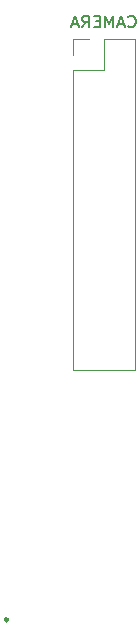
<source format=gbr>
%TF.GenerationSoftware,KiCad,Pcbnew,9.0.4*%
%TF.CreationDate,2025-10-10T21:12:29+02:00*%
%TF.ProjectId,fotoaparat,666f746f-6170-4617-9261-742e6b696361,rev?*%
%TF.SameCoordinates,Original*%
%TF.FileFunction,Legend,Bot*%
%TF.FilePolarity,Positive*%
%FSLAX46Y46*%
G04 Gerber Fmt 4.6, Leading zero omitted, Abs format (unit mm)*
G04 Created by KiCad (PCBNEW 9.0.4) date 2025-10-10 21:12:29*
%MOMM*%
%LPD*%
G01*
G04 APERTURE LIST*
%ADD10C,0.150000*%
%ADD11C,0.254000*%
%ADD12C,0.120000*%
G04 APERTURE END LIST*
D10*
X120801428Y-76609580D02*
X120849047Y-76657200D01*
X120849047Y-76657200D02*
X120991904Y-76704819D01*
X120991904Y-76704819D02*
X121087142Y-76704819D01*
X121087142Y-76704819D02*
X121229999Y-76657200D01*
X121229999Y-76657200D02*
X121325237Y-76561961D01*
X121325237Y-76561961D02*
X121372856Y-76466723D01*
X121372856Y-76466723D02*
X121420475Y-76276247D01*
X121420475Y-76276247D02*
X121420475Y-76133390D01*
X121420475Y-76133390D02*
X121372856Y-75942914D01*
X121372856Y-75942914D02*
X121325237Y-75847676D01*
X121325237Y-75847676D02*
X121229999Y-75752438D01*
X121229999Y-75752438D02*
X121087142Y-75704819D01*
X121087142Y-75704819D02*
X120991904Y-75704819D01*
X120991904Y-75704819D02*
X120849047Y-75752438D01*
X120849047Y-75752438D02*
X120801428Y-75800057D01*
X120420475Y-76419104D02*
X119944285Y-76419104D01*
X120515713Y-76704819D02*
X120182380Y-75704819D01*
X120182380Y-75704819D02*
X119849047Y-76704819D01*
X119515713Y-76704819D02*
X119515713Y-75704819D01*
X119515713Y-75704819D02*
X119182380Y-76419104D01*
X119182380Y-76419104D02*
X118849047Y-75704819D01*
X118849047Y-75704819D02*
X118849047Y-76704819D01*
X118372856Y-76181009D02*
X118039523Y-76181009D01*
X117896666Y-76704819D02*
X118372856Y-76704819D01*
X118372856Y-76704819D02*
X118372856Y-75704819D01*
X118372856Y-75704819D02*
X117896666Y-75704819D01*
X116896666Y-76704819D02*
X117229999Y-76228628D01*
X117468094Y-76704819D02*
X117468094Y-75704819D01*
X117468094Y-75704819D02*
X117087142Y-75704819D01*
X117087142Y-75704819D02*
X116991904Y-75752438D01*
X116991904Y-75752438D02*
X116944285Y-75800057D01*
X116944285Y-75800057D02*
X116896666Y-75895295D01*
X116896666Y-75895295D02*
X116896666Y-76038152D01*
X116896666Y-76038152D02*
X116944285Y-76133390D01*
X116944285Y-76133390D02*
X116991904Y-76181009D01*
X116991904Y-76181009D02*
X117087142Y-76228628D01*
X117087142Y-76228628D02*
X117468094Y-76228628D01*
X116515713Y-76419104D02*
X116039523Y-76419104D01*
X116610951Y-76704819D02*
X116277618Y-75704819D01*
X116277618Y-75704819D02*
X115944285Y-76704819D01*
D11*
%TO.C,SD CARD*%
X110605000Y-126858000D02*
G75*
G02*
X110351000Y-126858000I-127000J0D01*
G01*
X110351000Y-126858000D02*
G75*
G02*
X110605000Y-126858000I127000J0D01*
G01*
D12*
%TO.C,CAMERA*%
X116130000Y-77690000D02*
X116130000Y-79020000D01*
X116130000Y-80290000D02*
X116130000Y-105750000D01*
X117460000Y-77690000D02*
X116130000Y-77690000D01*
X118730000Y-77690000D02*
X118730000Y-80290000D01*
X118730000Y-80290000D02*
X116130000Y-80290000D01*
X121330000Y-77690000D02*
X118730000Y-77690000D01*
X121330000Y-77690000D02*
X121330000Y-105750000D01*
X121330000Y-105750000D02*
X116130000Y-105750000D01*
%TD*%
M02*

</source>
